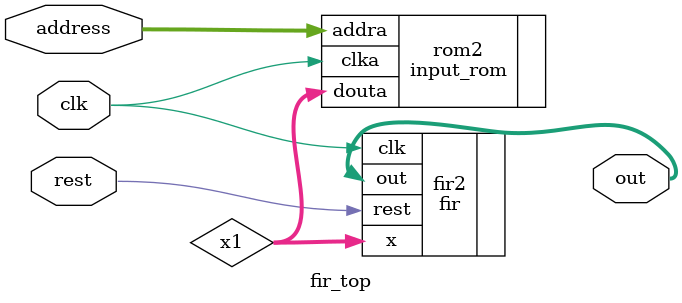
<source format=v>
`timescale 1ms / 1us

module fir_top(clk, rest, address, out); //FIR?????????

input clk;
input rest;
input [8:0] address;
output [34:0]out;
wire [15:0] x1; //?????????rom????fir?????????


	input_rom rom2(.addra(address),.clka(clk),.douta(x1));   //??rom??
	fir fir2(.out(out),.x(x1),.clk(clk),.rest(rest)); //??fir?????

endmodule

</source>
